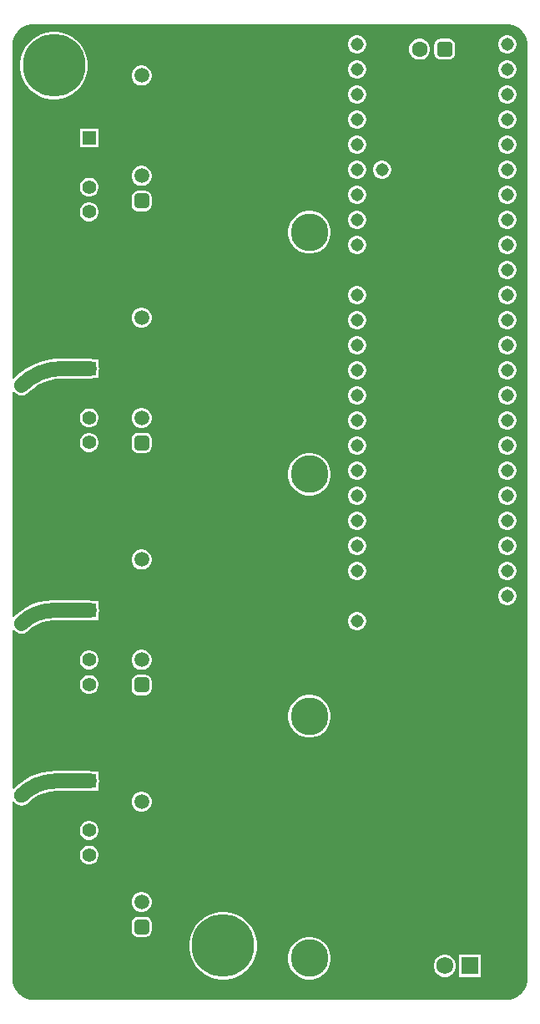
<source format=gbl>
G04*
G04 #@! TF.GenerationSoftware,Altium Limited,Altium Designer,25.1.2 (22)*
G04*
G04 Layer_Physical_Order=2*
G04 Layer_Color=16711680*
%FSLAX26Y26*%
%MOIN*%
G70*
G04*
G04 #@! TF.SameCoordinates,36FF1957-655E-4FCE-A78B-4FF043CE075B*
G04*
G04*
G04 #@! TF.FilePolarity,Positive*
G04*
G01*
G75*
%ADD47C,0.055118*%
%ADD48R,0.055118X0.055118*%
%ADD50C,0.060000*%
%ADD55C,0.059843*%
G04:AMPARAMS|DCode=56|XSize=59.843mil|YSize=59.843mil|CornerRadius=14.961mil|HoleSize=0mil|Usage=FLASHONLY|Rotation=90.000|XOffset=0mil|YOffset=0mil|HoleType=Round|Shape=RoundedRectangle|*
%AMROUNDEDRECTD56*
21,1,0.059843,0.029921,0,0,90.0*
21,1,0.029921,0.059843,0,0,90.0*
1,1,0.029921,0.014961,0.014961*
1,1,0.029921,0.014961,-0.014961*
1,1,0.029921,-0.014961,-0.014961*
1,1,0.029921,-0.014961,0.014961*
%
%ADD56ROUNDEDRECTD56*%
%ADD57C,0.150000*%
%ADD58C,0.250000*%
%ADD59C,0.019685*%
%ADD60C,0.062992*%
G04:AMPARAMS|DCode=61|XSize=62.992mil|YSize=62.992mil|CornerRadius=15.748mil|HoleSize=0mil|Usage=FLASHONLY|Rotation=180.000|XOffset=0mil|YOffset=0mil|HoleType=Round|Shape=RoundedRectangle|*
%AMROUNDEDRECTD61*
21,1,0.062992,0.031496,0,0,180.0*
21,1,0.031496,0.062992,0,0,180.0*
1,1,0.031496,-0.015748,0.015748*
1,1,0.031496,0.015748,0.015748*
1,1,0.031496,0.015748,-0.015748*
1,1,0.031496,-0.015748,-0.015748*
%
%ADD61ROUNDEDRECTD61*%
%ADD62C,0.067913*%
%ADD63R,0.067913X0.067913*%
%ADD64C,0.051496*%
%ADD65C,0.024000*%
G36*
X1995000Y3909608D02*
X2002841Y3909609D01*
X2018221Y3906549D01*
X2032709Y3900548D01*
X2045747Y3891836D01*
X2056836Y3880747D01*
X2065548Y3867708D01*
X2071549Y3853221D01*
X2074609Y3837840D01*
X2074609Y3830000D01*
X2074608Y100000D01*
X2074609Y92159D01*
X2071549Y76779D01*
X2065548Y62291D01*
X2056836Y49252D01*
X2045747Y38164D01*
X2032709Y29451D01*
X2018221Y23451D01*
X2002841Y20391D01*
X92159D01*
X76779Y23451D01*
X62291Y29452D01*
X49252Y38164D01*
X38164Y49252D01*
X29452Y62291D01*
X23451Y76779D01*
X20391Y92159D01*
Y100000D01*
Y808271D01*
X24119Y809537D01*
X26472Y806472D01*
X34827Y800060D01*
X44558Y796029D01*
X55000Y794655D01*
X65442Y796029D01*
X75173Y800060D01*
X83528Y806472D01*
Y806471D01*
X83546Y806906D01*
X101686Y822400D01*
X122301Y835032D01*
X144637Y844284D01*
X168147Y849928D01*
X190727Y851706D01*
X192249Y851505D01*
X325000D01*
X335442Y852880D01*
X338850Y854291D01*
X362559D01*
Y878001D01*
X363971Y881408D01*
X365345Y891850D01*
X363971Y902293D01*
X362559Y905700D01*
Y929409D01*
X338850D01*
X335442Y930821D01*
X325000Y932196D01*
X192249D01*
Y932219D01*
X165997Y930745D01*
X140075Y926341D01*
X114809Y919062D01*
X90517Y909000D01*
X67504Y896281D01*
X46060Y881066D01*
X26455Y863545D01*
X26472Y863528D01*
X24119Y860463D01*
X20391Y861729D01*
Y1493272D01*
X24119Y1494537D01*
X26472Y1491472D01*
X34827Y1485060D01*
X44558Y1481030D01*
X55000Y1479655D01*
X65442Y1481030D01*
X75173Y1485060D01*
X83528Y1491472D01*
Y1491472D01*
X83543Y1491834D01*
X99680Y1505617D01*
X118004Y1516846D01*
X137858Y1525070D01*
X158754Y1530086D01*
X178907Y1531673D01*
X180178Y1531505D01*
X325000D01*
X335442Y1532880D01*
X338850Y1534291D01*
X362559D01*
Y1558001D01*
X363971Y1561408D01*
X365345Y1571850D01*
X363971Y1582293D01*
X362559Y1585700D01*
Y1609409D01*
X338850D01*
X335442Y1610821D01*
X325000Y1612196D01*
X180178D01*
Y1612316D01*
X151789Y1610455D01*
X123886Y1604905D01*
X96947Y1595760D01*
X71431Y1583177D01*
X47776Y1567372D01*
X26386Y1548614D01*
X26472Y1548528D01*
X24119Y1545463D01*
X20391Y1546728D01*
Y2443271D01*
X24119Y2444537D01*
X26472Y2441472D01*
X34827Y2435060D01*
X44558Y2431030D01*
X55000Y2429655D01*
X65442Y2431030D01*
X75173Y2435060D01*
X83528Y2441472D01*
Y2441472D01*
X83540Y2441811D01*
X101856Y2457874D01*
X122319Y2471547D01*
X144391Y2482432D01*
X167696Y2490342D01*
X191833Y2495144D01*
X215133Y2496671D01*
X216391Y2496505D01*
X325000D01*
X335442Y2497880D01*
X338850Y2499291D01*
X362559D01*
Y2523001D01*
X363971Y2526408D01*
X365345Y2536850D01*
X363971Y2547293D01*
X362559Y2550700D01*
Y2574409D01*
X338850D01*
X335442Y2575821D01*
X325000Y2577196D01*
X216391D01*
Y2577273D01*
X186310Y2575584D01*
X156608Y2570537D01*
X127657Y2562197D01*
X99822Y2550667D01*
X73453Y2536093D01*
X48882Y2518659D01*
X26417Y2498583D01*
X26472Y2498528D01*
X24119Y2495463D01*
X20391Y2496729D01*
Y3830000D01*
Y3837841D01*
X23451Y3853221D01*
X29452Y3867709D01*
X38164Y3880747D01*
X49252Y3891836D01*
X62291Y3900548D01*
X76779Y3906549D01*
X92159Y3909609D01*
X100000Y3909609D01*
X1995000Y3909608D01*
D02*
G37*
%LPC*%
G36*
X1999706Y3865748D02*
X1990294D01*
X1981202Y3863312D01*
X1973050Y3858606D01*
X1966395Y3851950D01*
X1961688Y3843798D01*
X1959252Y3834706D01*
Y3825294D01*
X1961688Y3816202D01*
X1966395Y3808050D01*
X1973050Y3801394D01*
X1981202Y3796688D01*
X1990294Y3794252D01*
X1999706D01*
X2008798Y3796688D01*
X2016950Y3801394D01*
X2023605Y3808050D01*
X2028312Y3816202D01*
X2030748Y3825294D01*
Y3834706D01*
X2028312Y3843798D01*
X2023605Y3851950D01*
X2016950Y3858606D01*
X2008798Y3863312D01*
X1999706Y3865748D01*
D02*
G37*
G36*
X1399706D02*
X1390294D01*
X1381202Y3863312D01*
X1373050Y3858606D01*
X1366395Y3851950D01*
X1361688Y3843798D01*
X1359252Y3834706D01*
Y3825294D01*
X1361688Y3816202D01*
X1366395Y3808050D01*
X1373050Y3801394D01*
X1381202Y3796688D01*
X1390294Y3794252D01*
X1399706D01*
X1408798Y3796688D01*
X1416950Y3801394D01*
X1423605Y3808050D01*
X1428312Y3816202D01*
X1430748Y3825294D01*
Y3834706D01*
X1428312Y3843798D01*
X1423605Y3851950D01*
X1416950Y3858606D01*
X1408798Y3863312D01*
X1399706Y3865748D01*
D02*
G37*
G36*
X1650463Y3851496D02*
X1639537D01*
X1628983Y3848668D01*
X1619521Y3843205D01*
X1611795Y3835479D01*
X1606332Y3826017D01*
X1603504Y3815463D01*
Y3804537D01*
X1606332Y3793983D01*
X1611795Y3784521D01*
X1619521Y3776795D01*
X1628983Y3771332D01*
X1639537Y3768504D01*
X1650463D01*
X1661017Y3771332D01*
X1670479Y3776795D01*
X1678205Y3784521D01*
X1683668Y3793983D01*
X1686496Y3804537D01*
Y3815463D01*
X1683668Y3826017D01*
X1678205Y3835479D01*
X1670479Y3843205D01*
X1661017Y3848668D01*
X1650463Y3851496D01*
D02*
G37*
G36*
X1760748Y3851718D02*
X1729252D01*
X1722530Y3850833D01*
X1716267Y3848239D01*
X1710888Y3844112D01*
X1706761Y3838733D01*
X1704167Y3832470D01*
X1703282Y3825748D01*
Y3794252D01*
X1704167Y3787530D01*
X1706761Y3781267D01*
X1710888Y3775888D01*
X1716267Y3771761D01*
X1722530Y3769167D01*
X1729252Y3768282D01*
X1760748D01*
X1767470Y3769167D01*
X1773733Y3771761D01*
X1779112Y3775888D01*
X1783239Y3781267D01*
X1785833Y3787530D01*
X1786718Y3794252D01*
Y3825748D01*
X1785833Y3832470D01*
X1783239Y3838733D01*
X1779112Y3844112D01*
X1773733Y3848239D01*
X1767470Y3850833D01*
X1760748Y3851718D01*
D02*
G37*
G36*
X1999706Y3765748D02*
X1990294D01*
X1981202Y3763312D01*
X1973050Y3758606D01*
X1966395Y3751950D01*
X1961688Y3743798D01*
X1959252Y3734706D01*
Y3725294D01*
X1961688Y3716202D01*
X1966395Y3708050D01*
X1973050Y3701394D01*
X1981202Y3696688D01*
X1990294Y3694252D01*
X1999706D01*
X2008798Y3696688D01*
X2016950Y3701394D01*
X2023605Y3708050D01*
X2028312Y3716202D01*
X2030748Y3725294D01*
Y3734706D01*
X2028312Y3743798D01*
X2023605Y3751950D01*
X2016950Y3758606D01*
X2008798Y3763312D01*
X1999706Y3765748D01*
D02*
G37*
G36*
X1399706D02*
X1390294D01*
X1381202Y3763312D01*
X1373050Y3758606D01*
X1366395Y3751950D01*
X1361688Y3743798D01*
X1359252Y3734706D01*
Y3725294D01*
X1361688Y3716202D01*
X1366395Y3708050D01*
X1373050Y3701394D01*
X1381202Y3696688D01*
X1390294Y3694252D01*
X1399706D01*
X1408798Y3696688D01*
X1416950Y3701394D01*
X1423605Y3708050D01*
X1428312Y3716202D01*
X1430748Y3725294D01*
Y3734706D01*
X1428312Y3743798D01*
X1423605Y3751950D01*
X1416950Y3758606D01*
X1408798Y3763312D01*
X1399706Y3765748D01*
D02*
G37*
G36*
X540256Y3744921D02*
X529744D01*
X519591Y3742201D01*
X510488Y3736945D01*
X503055Y3729512D01*
X497799Y3720409D01*
X495079Y3710256D01*
Y3699744D01*
X497799Y3689591D01*
X503055Y3680488D01*
X510488Y3673055D01*
X519591Y3667799D01*
X529744Y3665079D01*
X540256D01*
X550409Y3667799D01*
X559512Y3673055D01*
X566945Y3680488D01*
X572201Y3689591D01*
X574921Y3699744D01*
Y3710256D01*
X572201Y3720409D01*
X566945Y3729512D01*
X559512Y3736945D01*
X550409Y3742201D01*
X540256Y3744921D01*
D02*
G37*
G36*
X195625Y3880000D02*
X174375D01*
X153387Y3876676D01*
X133178Y3870109D01*
X114245Y3860462D01*
X97053Y3847972D01*
X82028Y3832947D01*
X69538Y3815755D01*
X59891Y3796822D01*
X53324Y3776613D01*
X50000Y3755625D01*
Y3734375D01*
X53324Y3713387D01*
X59891Y3693178D01*
X69538Y3674245D01*
X82028Y3657053D01*
X97053Y3642028D01*
X114245Y3629538D01*
X133178Y3619891D01*
X153387Y3613324D01*
X174375Y3610000D01*
X195625D01*
X216613Y3613324D01*
X236822Y3619891D01*
X255755Y3629538D01*
X272947Y3642028D01*
X287972Y3657053D01*
X300462Y3674245D01*
X310109Y3693178D01*
X316676Y3713387D01*
X320000Y3734375D01*
Y3755625D01*
X316676Y3776613D01*
X310109Y3796822D01*
X300462Y3815755D01*
X287972Y3832947D01*
X272947Y3847972D01*
X255755Y3860462D01*
X236822Y3870109D01*
X216613Y3876676D01*
X195625Y3880000D01*
D02*
G37*
G36*
X1999706Y3665748D02*
X1990294D01*
X1981202Y3663312D01*
X1973050Y3658606D01*
X1966395Y3651950D01*
X1961688Y3643798D01*
X1959252Y3634706D01*
Y3625294D01*
X1961688Y3616202D01*
X1966395Y3608050D01*
X1973050Y3601394D01*
X1981202Y3596688D01*
X1990294Y3594252D01*
X1999706D01*
X2008798Y3596688D01*
X2016950Y3601394D01*
X2023605Y3608050D01*
X2028312Y3616202D01*
X2030748Y3625294D01*
Y3634706D01*
X2028312Y3643798D01*
X2023605Y3651950D01*
X2016950Y3658606D01*
X2008798Y3663312D01*
X1999706Y3665748D01*
D02*
G37*
G36*
X1399706D02*
X1390294D01*
X1381202Y3663312D01*
X1373050Y3658606D01*
X1366395Y3651950D01*
X1361688Y3643798D01*
X1359252Y3634706D01*
Y3625294D01*
X1361688Y3616202D01*
X1366395Y3608050D01*
X1373050Y3601394D01*
X1381202Y3596688D01*
X1390294Y3594252D01*
X1399706D01*
X1408798Y3596688D01*
X1416950Y3601394D01*
X1423605Y3608050D01*
X1428312Y3616202D01*
X1430748Y3625294D01*
Y3634706D01*
X1428312Y3643798D01*
X1423605Y3651950D01*
X1416950Y3658606D01*
X1408798Y3663312D01*
X1399706Y3665748D01*
D02*
G37*
G36*
X1999706Y3565748D02*
X1990294D01*
X1981202Y3563312D01*
X1973050Y3558606D01*
X1966395Y3551950D01*
X1961688Y3543798D01*
X1959252Y3534706D01*
Y3525294D01*
X1961688Y3516202D01*
X1966395Y3508050D01*
X1973050Y3501394D01*
X1981202Y3496688D01*
X1990294Y3494252D01*
X1999706D01*
X2008798Y3496688D01*
X2016950Y3501394D01*
X2023605Y3508050D01*
X2028312Y3516202D01*
X2030748Y3525294D01*
Y3534706D01*
X2028312Y3543798D01*
X2023605Y3551950D01*
X2016950Y3558606D01*
X2008798Y3563312D01*
X1999706Y3565748D01*
D02*
G37*
G36*
X1399706D02*
X1390294D01*
X1381202Y3563312D01*
X1373050Y3558606D01*
X1366395Y3551950D01*
X1361688Y3543798D01*
X1359252Y3534706D01*
Y3525294D01*
X1361688Y3516202D01*
X1366395Y3508050D01*
X1373050Y3501394D01*
X1381202Y3496688D01*
X1390294Y3494252D01*
X1399706D01*
X1408798Y3496688D01*
X1416950Y3501394D01*
X1423605Y3508050D01*
X1428312Y3516202D01*
X1430748Y3525294D01*
Y3534706D01*
X1428312Y3543798D01*
X1423605Y3551950D01*
X1416950Y3558606D01*
X1408798Y3563312D01*
X1399706Y3565748D01*
D02*
G37*
G36*
X362559Y3494409D02*
X287441D01*
Y3419291D01*
X362559D01*
Y3494409D01*
D02*
G37*
G36*
X1999706Y3465748D02*
X1990294D01*
X1981202Y3463312D01*
X1973050Y3458606D01*
X1966395Y3451950D01*
X1961688Y3443798D01*
X1959252Y3434706D01*
Y3425294D01*
X1961688Y3416202D01*
X1966395Y3408050D01*
X1973050Y3401394D01*
X1981202Y3396688D01*
X1990294Y3394252D01*
X1999706D01*
X2008798Y3396688D01*
X2016950Y3401394D01*
X2023605Y3408050D01*
X2028312Y3416202D01*
X2030748Y3425294D01*
Y3434706D01*
X2028312Y3443798D01*
X2023605Y3451950D01*
X2016950Y3458606D01*
X2008798Y3463312D01*
X1999706Y3465748D01*
D02*
G37*
G36*
X1399706D02*
X1390294D01*
X1381202Y3463312D01*
X1373050Y3458606D01*
X1366395Y3451950D01*
X1361688Y3443798D01*
X1359252Y3434706D01*
Y3425294D01*
X1361688Y3416202D01*
X1366395Y3408050D01*
X1373050Y3401394D01*
X1381202Y3396688D01*
X1390294Y3394252D01*
X1399706D01*
X1408798Y3396688D01*
X1416950Y3401394D01*
X1423605Y3408050D01*
X1428312Y3416202D01*
X1430748Y3425294D01*
Y3434706D01*
X1428312Y3443798D01*
X1423605Y3451950D01*
X1416950Y3458606D01*
X1408798Y3463312D01*
X1399706Y3465748D01*
D02*
G37*
G36*
X1999706Y3365748D02*
X1990294D01*
X1981202Y3363312D01*
X1973050Y3358606D01*
X1966395Y3351950D01*
X1961688Y3343798D01*
X1959252Y3334706D01*
Y3325294D01*
X1961688Y3316202D01*
X1966395Y3308050D01*
X1973050Y3301394D01*
X1981202Y3296688D01*
X1990294Y3294252D01*
X1999706D01*
X2008798Y3296688D01*
X2016950Y3301394D01*
X2023605Y3308050D01*
X2028312Y3316202D01*
X2030748Y3325294D01*
Y3334706D01*
X2028312Y3343798D01*
X2023605Y3351950D01*
X2016950Y3358606D01*
X2008798Y3363312D01*
X1999706Y3365748D01*
D02*
G37*
G36*
X1499706D02*
X1490294D01*
X1481202Y3363312D01*
X1473050Y3358606D01*
X1466395Y3351950D01*
X1461688Y3343798D01*
X1459252Y3334706D01*
Y3325294D01*
X1461688Y3316202D01*
X1466395Y3308050D01*
X1473050Y3301394D01*
X1481202Y3296688D01*
X1490294Y3294252D01*
X1499706D01*
X1508798Y3296688D01*
X1516950Y3301394D01*
X1523605Y3308050D01*
X1528312Y3316202D01*
X1530748Y3325294D01*
Y3334706D01*
X1528312Y3343798D01*
X1523605Y3351950D01*
X1516950Y3358606D01*
X1508798Y3363312D01*
X1499706Y3365748D01*
D02*
G37*
G36*
X1399706D02*
X1390294D01*
X1381202Y3363312D01*
X1373050Y3358606D01*
X1366395Y3351950D01*
X1361688Y3343798D01*
X1359252Y3334706D01*
Y3325294D01*
X1361688Y3316202D01*
X1366395Y3308050D01*
X1373050Y3301394D01*
X1381202Y3296688D01*
X1390294Y3294252D01*
X1399706D01*
X1408798Y3296688D01*
X1416950Y3301394D01*
X1423605Y3308050D01*
X1428312Y3316202D01*
X1430748Y3325294D01*
Y3334706D01*
X1428312Y3343798D01*
X1423605Y3351950D01*
X1416950Y3358606D01*
X1408798Y3363312D01*
X1399706Y3365748D01*
D02*
G37*
G36*
X540256Y3344921D02*
X529744D01*
X519591Y3342201D01*
X510488Y3336945D01*
X503055Y3329512D01*
X497799Y3320409D01*
X495079Y3310256D01*
Y3299744D01*
X497799Y3289591D01*
X503055Y3280488D01*
X510488Y3273055D01*
X519591Y3267799D01*
X529744Y3265079D01*
X540256D01*
X550409Y3267799D01*
X559512Y3273055D01*
X566945Y3280488D01*
X572201Y3289591D01*
X574921Y3299744D01*
Y3310256D01*
X572201Y3320409D01*
X566945Y3329512D01*
X559512Y3336945D01*
X550409Y3342201D01*
X540256Y3344921D01*
D02*
G37*
G36*
X329945Y3297559D02*
X320055D01*
X310503Y3294999D01*
X301938Y3290055D01*
X294945Y3283062D01*
X290001Y3274497D01*
X287441Y3264945D01*
Y3255055D01*
X290001Y3245503D01*
X294945Y3236938D01*
X301938Y3229945D01*
X310503Y3225001D01*
X320055Y3222441D01*
X329945D01*
X339497Y3225001D01*
X348062Y3229945D01*
X355055Y3236938D01*
X359999Y3245503D01*
X362559Y3255055D01*
Y3264945D01*
X359999Y3274497D01*
X355055Y3283062D01*
X348062Y3290055D01*
X339497Y3294999D01*
X329945Y3297559D01*
D02*
G37*
G36*
X1999706Y3265748D02*
X1990294D01*
X1981202Y3263312D01*
X1973050Y3258606D01*
X1966395Y3251950D01*
X1961688Y3243798D01*
X1959252Y3234706D01*
Y3225294D01*
X1961688Y3216202D01*
X1966395Y3208050D01*
X1973050Y3201394D01*
X1981202Y3196688D01*
X1990294Y3194252D01*
X1999706D01*
X2008798Y3196688D01*
X2016950Y3201394D01*
X2023605Y3208050D01*
X2028312Y3216202D01*
X2030748Y3225294D01*
Y3234706D01*
X2028312Y3243798D01*
X2023605Y3251950D01*
X2016950Y3258606D01*
X2008798Y3263312D01*
X1999706Y3265748D01*
D02*
G37*
G36*
X1399706D02*
X1390294D01*
X1381202Y3263312D01*
X1373050Y3258606D01*
X1366395Y3251950D01*
X1361688Y3243798D01*
X1359252Y3234706D01*
Y3225294D01*
X1361688Y3216202D01*
X1366395Y3208050D01*
X1373050Y3201394D01*
X1381202Y3196688D01*
X1390294Y3194252D01*
X1399706D01*
X1408798Y3196688D01*
X1416950Y3201394D01*
X1423605Y3208050D01*
X1428312Y3216202D01*
X1430748Y3225294D01*
Y3234706D01*
X1428312Y3243798D01*
X1423605Y3251950D01*
X1416950Y3258606D01*
X1408798Y3263312D01*
X1399706Y3265748D01*
D02*
G37*
G36*
X549961Y3245410D02*
X520039D01*
X510300Y3243473D01*
X502044Y3237956D01*
X496527Y3229700D01*
X494590Y3219961D01*
Y3190039D01*
X496527Y3180300D01*
X502044Y3172044D01*
X510300Y3166527D01*
X520039Y3164590D01*
X549961D01*
X559700Y3166527D01*
X567956Y3172044D01*
X573473Y3180300D01*
X575410Y3190039D01*
Y3219961D01*
X573473Y3229700D01*
X567956Y3237956D01*
X559700Y3243473D01*
X549961Y3245410D01*
D02*
G37*
G36*
X329945Y3199134D02*
X320055D01*
X310503Y3196574D01*
X301938Y3191630D01*
X294945Y3184637D01*
X290001Y3176072D01*
X287441Y3166519D01*
Y3156630D01*
X290001Y3147078D01*
X294945Y3138513D01*
X301938Y3131520D01*
X310503Y3126575D01*
X320055Y3124016D01*
X329945D01*
X339497Y3126575D01*
X348062Y3131520D01*
X355055Y3138513D01*
X359999Y3147078D01*
X362559Y3156630D01*
Y3166519D01*
X359999Y3176072D01*
X355055Y3184637D01*
X348062Y3191630D01*
X339497Y3196574D01*
X329945Y3199134D01*
D02*
G37*
G36*
X1999706Y3165748D02*
X1990294D01*
X1981202Y3163312D01*
X1973050Y3158606D01*
X1966395Y3151950D01*
X1961688Y3143798D01*
X1959252Y3134706D01*
Y3125294D01*
X1961688Y3116202D01*
X1966395Y3108050D01*
X1973050Y3101394D01*
X1981202Y3096688D01*
X1990294Y3094252D01*
X1999706D01*
X2008798Y3096688D01*
X2016950Y3101394D01*
X2023605Y3108050D01*
X2028312Y3116202D01*
X2030748Y3125294D01*
Y3134706D01*
X2028312Y3143798D01*
X2023605Y3151950D01*
X2016950Y3158606D01*
X2008798Y3163312D01*
X1999706Y3165748D01*
D02*
G37*
G36*
X1399706D02*
X1390294D01*
X1381202Y3163312D01*
X1373050Y3158606D01*
X1366395Y3151950D01*
X1361688Y3143798D01*
X1359252Y3134706D01*
Y3125294D01*
X1361688Y3116202D01*
X1366395Y3108050D01*
X1373050Y3101394D01*
X1381202Y3096688D01*
X1390294Y3094252D01*
X1399706D01*
X1408798Y3096688D01*
X1416950Y3101394D01*
X1423605Y3108050D01*
X1428312Y3116202D01*
X1430748Y3125294D01*
Y3134706D01*
X1428312Y3143798D01*
X1423605Y3151950D01*
X1416950Y3158606D01*
X1408798Y3163312D01*
X1399706Y3165748D01*
D02*
G37*
G36*
X1213372Y3165000D02*
X1196628D01*
X1180206Y3161733D01*
X1164737Y3155326D01*
X1150816Y3146024D01*
X1138976Y3134184D01*
X1129674Y3120263D01*
X1123266Y3104794D01*
X1120000Y3088372D01*
Y3071628D01*
X1123266Y3055206D01*
X1129674Y3039737D01*
X1138976Y3025816D01*
X1150816Y3013976D01*
X1164737Y3004674D01*
X1180206Y2998267D01*
X1196628Y2995000D01*
X1213372D01*
X1229794Y2998267D01*
X1245263Y3004674D01*
X1259184Y3013976D01*
X1271024Y3025816D01*
X1280326Y3039737D01*
X1286734Y3055206D01*
X1290000Y3071628D01*
Y3088372D01*
X1286734Y3104794D01*
X1280326Y3120263D01*
X1271024Y3134184D01*
X1259184Y3146024D01*
X1245263Y3155326D01*
X1229794Y3161733D01*
X1213372Y3165000D01*
D02*
G37*
G36*
X1999706Y3065748D02*
X1990294D01*
X1981202Y3063312D01*
X1973050Y3058606D01*
X1966395Y3051950D01*
X1961688Y3043798D01*
X1959252Y3034706D01*
Y3025294D01*
X1961688Y3016202D01*
X1966395Y3008050D01*
X1973050Y3001394D01*
X1981202Y2996688D01*
X1990294Y2994252D01*
X1999706D01*
X2008798Y2996688D01*
X2016950Y3001394D01*
X2023605Y3008050D01*
X2028312Y3016202D01*
X2030748Y3025294D01*
Y3034706D01*
X2028312Y3043798D01*
X2023605Y3051950D01*
X2016950Y3058606D01*
X2008798Y3063312D01*
X1999706Y3065748D01*
D02*
G37*
G36*
X1399706D02*
X1390294D01*
X1381202Y3063312D01*
X1373050Y3058606D01*
X1366395Y3051950D01*
X1361688Y3043798D01*
X1359252Y3034706D01*
Y3025294D01*
X1361688Y3016202D01*
X1366395Y3008050D01*
X1373050Y3001394D01*
X1381202Y2996688D01*
X1390294Y2994252D01*
X1399706D01*
X1408798Y2996688D01*
X1416950Y3001394D01*
X1423605Y3008050D01*
X1428312Y3016202D01*
X1430748Y3025294D01*
Y3034706D01*
X1428312Y3043798D01*
X1423605Y3051950D01*
X1416950Y3058606D01*
X1408798Y3063312D01*
X1399706Y3065748D01*
D02*
G37*
G36*
X1999706Y2965748D02*
X1990294D01*
X1981202Y2963312D01*
X1973050Y2958606D01*
X1966395Y2951950D01*
X1961688Y2943798D01*
X1959252Y2934706D01*
Y2925294D01*
X1961688Y2916202D01*
X1966395Y2908050D01*
X1973050Y2901394D01*
X1981202Y2896688D01*
X1990294Y2894252D01*
X1999706D01*
X2008798Y2896688D01*
X2016950Y2901394D01*
X2023605Y2908050D01*
X2028312Y2916202D01*
X2030748Y2925294D01*
Y2934706D01*
X2028312Y2943798D01*
X2023605Y2951950D01*
X2016950Y2958606D01*
X2008798Y2963312D01*
X1999706Y2965748D01*
D02*
G37*
G36*
Y2865748D02*
X1990294D01*
X1981202Y2863312D01*
X1973050Y2858606D01*
X1966395Y2851950D01*
X1961688Y2843798D01*
X1959252Y2834706D01*
Y2825294D01*
X1961688Y2816202D01*
X1966395Y2808050D01*
X1973050Y2801394D01*
X1981202Y2796688D01*
X1990294Y2794252D01*
X1999706D01*
X2008798Y2796688D01*
X2016950Y2801394D01*
X2023605Y2808050D01*
X2028312Y2816202D01*
X2030748Y2825294D01*
Y2834706D01*
X2028312Y2843798D01*
X2023605Y2851950D01*
X2016950Y2858606D01*
X2008798Y2863312D01*
X1999706Y2865748D01*
D02*
G37*
G36*
X1399706D02*
X1390294D01*
X1381202Y2863312D01*
X1373050Y2858606D01*
X1366395Y2851950D01*
X1361688Y2843798D01*
X1359252Y2834706D01*
Y2825294D01*
X1361688Y2816202D01*
X1366395Y2808050D01*
X1373050Y2801394D01*
X1381202Y2796688D01*
X1390294Y2794252D01*
X1399706D01*
X1408798Y2796688D01*
X1416950Y2801394D01*
X1423605Y2808050D01*
X1428312Y2816202D01*
X1430748Y2825294D01*
Y2834706D01*
X1428312Y2843798D01*
X1423605Y2851950D01*
X1416950Y2858606D01*
X1408798Y2863312D01*
X1399706Y2865748D01*
D02*
G37*
G36*
X540256Y2779921D02*
X529744D01*
X519591Y2777201D01*
X510488Y2771945D01*
X503055Y2764512D01*
X497799Y2755409D01*
X495079Y2745256D01*
Y2734744D01*
X497799Y2724591D01*
X503055Y2715488D01*
X510488Y2708055D01*
X519591Y2702799D01*
X529744Y2700079D01*
X540256D01*
X550409Y2702799D01*
X559512Y2708055D01*
X566945Y2715488D01*
X572201Y2724591D01*
X574921Y2734744D01*
Y2745256D01*
X572201Y2755409D01*
X566945Y2764512D01*
X559512Y2771945D01*
X550409Y2777201D01*
X540256Y2779921D01*
D02*
G37*
G36*
X1999706Y2765748D02*
X1990294D01*
X1981202Y2763312D01*
X1973050Y2758606D01*
X1966395Y2751950D01*
X1961688Y2743798D01*
X1959252Y2734706D01*
Y2725294D01*
X1961688Y2716202D01*
X1966395Y2708050D01*
X1973050Y2701394D01*
X1981202Y2696688D01*
X1990294Y2694252D01*
X1999706D01*
X2008798Y2696688D01*
X2016950Y2701394D01*
X2023605Y2708050D01*
X2028312Y2716202D01*
X2030748Y2725294D01*
Y2734706D01*
X2028312Y2743798D01*
X2023605Y2751950D01*
X2016950Y2758606D01*
X2008798Y2763312D01*
X1999706Y2765748D01*
D02*
G37*
G36*
X1399706D02*
X1390294D01*
X1381202Y2763312D01*
X1373050Y2758606D01*
X1366395Y2751950D01*
X1361688Y2743798D01*
X1359252Y2734706D01*
Y2725294D01*
X1361688Y2716202D01*
X1366395Y2708050D01*
X1373050Y2701394D01*
X1381202Y2696688D01*
X1390294Y2694252D01*
X1399706D01*
X1408798Y2696688D01*
X1416950Y2701394D01*
X1423605Y2708050D01*
X1428312Y2716202D01*
X1430748Y2725294D01*
Y2734706D01*
X1428312Y2743798D01*
X1423605Y2751950D01*
X1416950Y2758606D01*
X1408798Y2763312D01*
X1399706Y2765748D01*
D02*
G37*
G36*
X1999706Y2665748D02*
X1990294D01*
X1981202Y2663312D01*
X1973050Y2658606D01*
X1966395Y2651950D01*
X1961688Y2643798D01*
X1959252Y2634706D01*
Y2625294D01*
X1961688Y2616202D01*
X1966395Y2608050D01*
X1973050Y2601394D01*
X1981202Y2596688D01*
X1990294Y2594252D01*
X1999706D01*
X2008798Y2596688D01*
X2016950Y2601394D01*
X2023605Y2608050D01*
X2028312Y2616202D01*
X2030748Y2625294D01*
Y2634706D01*
X2028312Y2643798D01*
X2023605Y2651950D01*
X2016950Y2658606D01*
X2008798Y2663312D01*
X1999706Y2665748D01*
D02*
G37*
G36*
X1399706D02*
X1390294D01*
X1381202Y2663312D01*
X1373050Y2658606D01*
X1366395Y2651950D01*
X1361688Y2643798D01*
X1359252Y2634706D01*
Y2625294D01*
X1361688Y2616202D01*
X1366395Y2608050D01*
X1373050Y2601394D01*
X1381202Y2596688D01*
X1390294Y2594252D01*
X1399706D01*
X1408798Y2596688D01*
X1416950Y2601394D01*
X1423605Y2608050D01*
X1428312Y2616202D01*
X1430748Y2625294D01*
Y2634706D01*
X1428312Y2643798D01*
X1423605Y2651950D01*
X1416950Y2658606D01*
X1408798Y2663312D01*
X1399706Y2665748D01*
D02*
G37*
G36*
X1999706Y2565748D02*
X1990294D01*
X1981202Y2563312D01*
X1973050Y2558606D01*
X1966395Y2551950D01*
X1961688Y2543798D01*
X1959252Y2534706D01*
Y2525294D01*
X1961688Y2516202D01*
X1966395Y2508050D01*
X1973050Y2501394D01*
X1981202Y2496688D01*
X1990294Y2494252D01*
X1999706D01*
X2008798Y2496688D01*
X2016950Y2501394D01*
X2023605Y2508050D01*
X2028312Y2516202D01*
X2030748Y2525294D01*
Y2534706D01*
X2028312Y2543798D01*
X2023605Y2551950D01*
X2016950Y2558606D01*
X2008798Y2563312D01*
X1999706Y2565748D01*
D02*
G37*
G36*
X1399706D02*
X1390294D01*
X1381202Y2563312D01*
X1373050Y2558606D01*
X1366395Y2551950D01*
X1361688Y2543798D01*
X1359252Y2534706D01*
Y2525294D01*
X1361688Y2516202D01*
X1366395Y2508050D01*
X1373050Y2501394D01*
X1381202Y2496688D01*
X1390294Y2494252D01*
X1399706D01*
X1408798Y2496688D01*
X1416950Y2501394D01*
X1423605Y2508050D01*
X1428312Y2516202D01*
X1430748Y2525294D01*
Y2534706D01*
X1428312Y2543798D01*
X1423605Y2551950D01*
X1416950Y2558606D01*
X1408798Y2563312D01*
X1399706Y2565748D01*
D02*
G37*
G36*
X1999706Y2465748D02*
X1990294D01*
X1981202Y2463312D01*
X1973050Y2458606D01*
X1966395Y2451950D01*
X1961688Y2443798D01*
X1959252Y2434706D01*
Y2425294D01*
X1961688Y2416202D01*
X1966395Y2408050D01*
X1973050Y2401394D01*
X1981202Y2396688D01*
X1990294Y2394252D01*
X1999706D01*
X2008798Y2396688D01*
X2016950Y2401394D01*
X2023605Y2408050D01*
X2028312Y2416202D01*
X2030748Y2425294D01*
Y2434706D01*
X2028312Y2443798D01*
X2023605Y2451950D01*
X2016950Y2458606D01*
X2008798Y2463312D01*
X1999706Y2465748D01*
D02*
G37*
G36*
X1399706D02*
X1390294D01*
X1381202Y2463312D01*
X1373050Y2458606D01*
X1366395Y2451950D01*
X1361688Y2443798D01*
X1359252Y2434706D01*
Y2425294D01*
X1361688Y2416202D01*
X1366395Y2408050D01*
X1373050Y2401394D01*
X1381202Y2396688D01*
X1390294Y2394252D01*
X1399706D01*
X1408798Y2396688D01*
X1416950Y2401394D01*
X1423605Y2408050D01*
X1428312Y2416202D01*
X1430748Y2425294D01*
Y2434706D01*
X1428312Y2443798D01*
X1423605Y2451950D01*
X1416950Y2458606D01*
X1408798Y2463312D01*
X1399706Y2465748D01*
D02*
G37*
G36*
X329945Y2377559D02*
X320055D01*
X310503Y2374999D01*
X301938Y2370055D01*
X294945Y2363062D01*
X290001Y2354497D01*
X287441Y2344945D01*
Y2335055D01*
X290001Y2325503D01*
X294945Y2316938D01*
X301938Y2309945D01*
X310503Y2305001D01*
X320055Y2302441D01*
X329945D01*
X339497Y2305001D01*
X348062Y2309945D01*
X355055Y2316938D01*
X359999Y2325503D01*
X362559Y2335055D01*
Y2344945D01*
X359999Y2354497D01*
X355055Y2363062D01*
X348062Y2370055D01*
X339497Y2374999D01*
X329945Y2377559D01*
D02*
G37*
G36*
X540256Y2379921D02*
X529744D01*
X519591Y2377201D01*
X510488Y2371945D01*
X503055Y2364512D01*
X497799Y2355409D01*
X495079Y2345256D01*
Y2334744D01*
X497799Y2324591D01*
X503055Y2315488D01*
X510488Y2308055D01*
X519591Y2302799D01*
X529744Y2300079D01*
X540256D01*
X550409Y2302799D01*
X559512Y2308055D01*
X566945Y2315488D01*
X572201Y2324591D01*
X574921Y2334744D01*
Y2345256D01*
X572201Y2355409D01*
X566945Y2364512D01*
X559512Y2371945D01*
X550409Y2377201D01*
X540256Y2379921D01*
D02*
G37*
G36*
X1999706Y2365748D02*
X1990294D01*
X1981202Y2363312D01*
X1973050Y2358606D01*
X1966395Y2351950D01*
X1961688Y2343798D01*
X1959252Y2334706D01*
Y2325294D01*
X1961688Y2316202D01*
X1966395Y2308050D01*
X1973050Y2301394D01*
X1981202Y2296688D01*
X1990294Y2294252D01*
X1999706D01*
X2008798Y2296688D01*
X2016950Y2301394D01*
X2023605Y2308050D01*
X2028312Y2316202D01*
X2030748Y2325294D01*
Y2334706D01*
X2028312Y2343798D01*
X2023605Y2351950D01*
X2016950Y2358606D01*
X2008798Y2363312D01*
X1999706Y2365748D01*
D02*
G37*
G36*
X1399706D02*
X1390294D01*
X1381202Y2363312D01*
X1373050Y2358606D01*
X1366395Y2351950D01*
X1361688Y2343798D01*
X1359252Y2334706D01*
Y2325294D01*
X1361688Y2316202D01*
X1366395Y2308050D01*
X1373050Y2301394D01*
X1381202Y2296688D01*
X1390294Y2294252D01*
X1399706D01*
X1408798Y2296688D01*
X1416950Y2301394D01*
X1423605Y2308050D01*
X1428312Y2316202D01*
X1430748Y2325294D01*
Y2334706D01*
X1428312Y2343798D01*
X1423605Y2351950D01*
X1416950Y2358606D01*
X1408798Y2363312D01*
X1399706Y2365748D01*
D02*
G37*
G36*
X329945Y2279134D02*
X320055D01*
X310503Y2276574D01*
X301938Y2271630D01*
X294945Y2264637D01*
X290001Y2256072D01*
X287441Y2246519D01*
Y2236630D01*
X290001Y2227078D01*
X294945Y2218513D01*
X301938Y2211520D01*
X310503Y2206575D01*
X320055Y2204016D01*
X329945D01*
X339497Y2206575D01*
X348062Y2211520D01*
X355055Y2218513D01*
X359999Y2227078D01*
X362559Y2236630D01*
Y2246519D01*
X359999Y2256072D01*
X355055Y2264637D01*
X348062Y2271630D01*
X339497Y2276574D01*
X329945Y2279134D01*
D02*
G37*
G36*
X549961Y2280410D02*
X520039D01*
X510300Y2278473D01*
X502044Y2272956D01*
X496527Y2264700D01*
X494590Y2254961D01*
Y2225039D01*
X496527Y2215300D01*
X502044Y2207044D01*
X510300Y2201527D01*
X520039Y2199590D01*
X549961D01*
X559700Y2201527D01*
X567956Y2207044D01*
X573473Y2215300D01*
X575410Y2225039D01*
Y2254961D01*
X573473Y2264700D01*
X567956Y2272956D01*
X559700Y2278473D01*
X549961Y2280410D01*
D02*
G37*
G36*
X1999706Y2265748D02*
X1990294D01*
X1981202Y2263312D01*
X1973050Y2258606D01*
X1966395Y2251950D01*
X1961688Y2243798D01*
X1959252Y2234706D01*
Y2225294D01*
X1961688Y2216202D01*
X1966395Y2208050D01*
X1973050Y2201394D01*
X1981202Y2196688D01*
X1990294Y2194252D01*
X1999706D01*
X2008798Y2196688D01*
X2016950Y2201394D01*
X2023605Y2208050D01*
X2028312Y2216202D01*
X2030748Y2225294D01*
Y2234706D01*
X2028312Y2243798D01*
X2023605Y2251950D01*
X2016950Y2258606D01*
X2008798Y2263312D01*
X1999706Y2265748D01*
D02*
G37*
G36*
X1399706D02*
X1390294D01*
X1381202Y2263312D01*
X1373050Y2258606D01*
X1366395Y2251950D01*
X1361688Y2243798D01*
X1359252Y2234706D01*
Y2225294D01*
X1361688Y2216202D01*
X1366395Y2208050D01*
X1373050Y2201394D01*
X1381202Y2196688D01*
X1390294Y2194252D01*
X1399706D01*
X1408798Y2196688D01*
X1416950Y2201394D01*
X1423605Y2208050D01*
X1428312Y2216202D01*
X1430748Y2225294D01*
Y2234706D01*
X1428312Y2243798D01*
X1423605Y2251950D01*
X1416950Y2258606D01*
X1408798Y2263312D01*
X1399706Y2265748D01*
D02*
G37*
G36*
X1999706Y2165748D02*
X1990294D01*
X1981202Y2163312D01*
X1973050Y2158606D01*
X1966395Y2151950D01*
X1961688Y2143798D01*
X1959252Y2134706D01*
Y2125294D01*
X1961688Y2116202D01*
X1966395Y2108050D01*
X1973050Y2101394D01*
X1981202Y2096688D01*
X1990294Y2094252D01*
X1999706D01*
X2008798Y2096688D01*
X2016950Y2101394D01*
X2023605Y2108050D01*
X2028312Y2116202D01*
X2030748Y2125294D01*
Y2134706D01*
X2028312Y2143798D01*
X2023605Y2151950D01*
X2016950Y2158606D01*
X2008798Y2163312D01*
X1999706Y2165748D01*
D02*
G37*
G36*
X1399706D02*
X1390294D01*
X1381202Y2163312D01*
X1373050Y2158606D01*
X1366395Y2151950D01*
X1361688Y2143798D01*
X1359252Y2134706D01*
Y2125294D01*
X1361688Y2116202D01*
X1366395Y2108050D01*
X1373050Y2101394D01*
X1381202Y2096688D01*
X1390294Y2094252D01*
X1399706D01*
X1408798Y2096688D01*
X1416950Y2101394D01*
X1423605Y2108050D01*
X1428312Y2116202D01*
X1430748Y2125294D01*
Y2134706D01*
X1428312Y2143798D01*
X1423605Y2151950D01*
X1416950Y2158606D01*
X1408798Y2163312D01*
X1399706Y2165748D01*
D02*
G37*
G36*
X1213372Y2200000D02*
X1196628D01*
X1180206Y2196733D01*
X1164737Y2190326D01*
X1150816Y2181024D01*
X1138976Y2169184D01*
X1129674Y2155263D01*
X1123266Y2139794D01*
X1120000Y2123372D01*
Y2106628D01*
X1123266Y2090206D01*
X1129674Y2074737D01*
X1138976Y2060816D01*
X1150816Y2048976D01*
X1164737Y2039674D01*
X1180206Y2033266D01*
X1196628Y2030000D01*
X1213372D01*
X1229794Y2033266D01*
X1245263Y2039674D01*
X1259184Y2048976D01*
X1271024Y2060816D01*
X1280326Y2074737D01*
X1286734Y2090206D01*
X1290000Y2106628D01*
Y2123372D01*
X1286734Y2139794D01*
X1280326Y2155263D01*
X1271024Y2169184D01*
X1259184Y2181024D01*
X1245263Y2190326D01*
X1229794Y2196733D01*
X1213372Y2200000D01*
D02*
G37*
G36*
X1999706Y2065748D02*
X1990294D01*
X1981202Y2063312D01*
X1973050Y2058606D01*
X1966395Y2051950D01*
X1961688Y2043798D01*
X1959252Y2034706D01*
Y2025294D01*
X1961688Y2016202D01*
X1966395Y2008050D01*
X1973050Y2001395D01*
X1981202Y1996688D01*
X1990294Y1994252D01*
X1999706D01*
X2008798Y1996688D01*
X2016950Y2001395D01*
X2023605Y2008050D01*
X2028312Y2016202D01*
X2030748Y2025294D01*
Y2034706D01*
X2028312Y2043798D01*
X2023605Y2051950D01*
X2016950Y2058606D01*
X2008798Y2063312D01*
X1999706Y2065748D01*
D02*
G37*
G36*
X1399706D02*
X1390294D01*
X1381202Y2063312D01*
X1373050Y2058606D01*
X1366395Y2051950D01*
X1361688Y2043798D01*
X1359252Y2034706D01*
Y2025294D01*
X1361688Y2016202D01*
X1366395Y2008050D01*
X1373050Y2001395D01*
X1381202Y1996688D01*
X1390294Y1994252D01*
X1399706D01*
X1408798Y1996688D01*
X1416950Y2001395D01*
X1423605Y2008050D01*
X1428312Y2016202D01*
X1430748Y2025294D01*
Y2034706D01*
X1428312Y2043798D01*
X1423605Y2051950D01*
X1416950Y2058606D01*
X1408798Y2063312D01*
X1399706Y2065748D01*
D02*
G37*
G36*
X1999706Y1965748D02*
X1990294D01*
X1981202Y1963312D01*
X1973050Y1958605D01*
X1966395Y1951950D01*
X1961688Y1943798D01*
X1959252Y1934706D01*
Y1925294D01*
X1961688Y1916202D01*
X1966395Y1908050D01*
X1973050Y1901395D01*
X1981202Y1896688D01*
X1990294Y1894252D01*
X1999706D01*
X2008798Y1896688D01*
X2016950Y1901395D01*
X2023605Y1908050D01*
X2028312Y1916202D01*
X2030748Y1925294D01*
Y1934706D01*
X2028312Y1943798D01*
X2023605Y1951950D01*
X2016950Y1958605D01*
X2008798Y1963312D01*
X1999706Y1965748D01*
D02*
G37*
G36*
X1399706D02*
X1390294D01*
X1381202Y1963312D01*
X1373050Y1958605D01*
X1366395Y1951950D01*
X1361688Y1943798D01*
X1359252Y1934706D01*
Y1925294D01*
X1361688Y1916202D01*
X1366395Y1908050D01*
X1373050Y1901395D01*
X1381202Y1896688D01*
X1390294Y1894252D01*
X1399706D01*
X1408798Y1896688D01*
X1416950Y1901395D01*
X1423605Y1908050D01*
X1428312Y1916202D01*
X1430748Y1925294D01*
Y1934706D01*
X1428312Y1943798D01*
X1423605Y1951950D01*
X1416950Y1958605D01*
X1408798Y1963312D01*
X1399706Y1965748D01*
D02*
G37*
G36*
X1999706Y1865748D02*
X1990294D01*
X1981202Y1863312D01*
X1973050Y1858605D01*
X1966395Y1851950D01*
X1961688Y1843798D01*
X1959252Y1834706D01*
Y1825294D01*
X1961688Y1816202D01*
X1966395Y1808050D01*
X1973050Y1801395D01*
X1981202Y1796688D01*
X1990294Y1794252D01*
X1999706D01*
X2008798Y1796688D01*
X2016950Y1801395D01*
X2023605Y1808050D01*
X2028312Y1816202D01*
X2030748Y1825294D01*
Y1834706D01*
X2028312Y1843798D01*
X2023605Y1851950D01*
X2016950Y1858605D01*
X2008798Y1863312D01*
X1999706Y1865748D01*
D02*
G37*
G36*
X1399706D02*
X1390294D01*
X1381202Y1863312D01*
X1373050Y1858605D01*
X1366395Y1851950D01*
X1361688Y1843798D01*
X1359252Y1834706D01*
Y1825294D01*
X1361688Y1816202D01*
X1366395Y1808050D01*
X1373050Y1801395D01*
X1381202Y1796688D01*
X1390294Y1794252D01*
X1399706D01*
X1408798Y1796688D01*
X1416950Y1801395D01*
X1423605Y1808050D01*
X1428312Y1816202D01*
X1430748Y1825294D01*
Y1834706D01*
X1428312Y1843798D01*
X1423605Y1851950D01*
X1416950Y1858605D01*
X1408798Y1863312D01*
X1399706Y1865748D01*
D02*
G37*
G36*
X540256Y1814921D02*
X529744D01*
X519591Y1812201D01*
X510488Y1806945D01*
X503055Y1799512D01*
X497799Y1790409D01*
X495079Y1780256D01*
Y1769744D01*
X497799Y1759591D01*
X503055Y1750488D01*
X510488Y1743055D01*
X519591Y1737799D01*
X529744Y1735079D01*
X540256D01*
X550409Y1737799D01*
X559512Y1743055D01*
X566945Y1750488D01*
X572201Y1759591D01*
X574921Y1769744D01*
Y1780256D01*
X572201Y1790409D01*
X566945Y1799512D01*
X559512Y1806945D01*
X550409Y1812201D01*
X540256Y1814921D01*
D02*
G37*
G36*
X1999706Y1765748D02*
X1990294D01*
X1981202Y1763312D01*
X1973050Y1758605D01*
X1966395Y1751950D01*
X1961688Y1743798D01*
X1959252Y1734706D01*
Y1725294D01*
X1961688Y1716202D01*
X1966395Y1708050D01*
X1973050Y1701395D01*
X1981202Y1696688D01*
X1990294Y1694252D01*
X1999706D01*
X2008798Y1696688D01*
X2016950Y1701395D01*
X2023605Y1708050D01*
X2028312Y1716202D01*
X2030748Y1725294D01*
Y1734706D01*
X2028312Y1743798D01*
X2023605Y1751950D01*
X2016950Y1758605D01*
X2008798Y1763312D01*
X1999706Y1765748D01*
D02*
G37*
G36*
X1399706D02*
X1390294D01*
X1381202Y1763312D01*
X1373050Y1758605D01*
X1366395Y1751950D01*
X1361688Y1743798D01*
X1359252Y1734706D01*
Y1725294D01*
X1361688Y1716202D01*
X1366395Y1708050D01*
X1373050Y1701395D01*
X1381202Y1696688D01*
X1390294Y1694252D01*
X1399706D01*
X1408798Y1696688D01*
X1416950Y1701395D01*
X1423605Y1708050D01*
X1428312Y1716202D01*
X1430748Y1725294D01*
Y1734706D01*
X1428312Y1743798D01*
X1423605Y1751950D01*
X1416950Y1758605D01*
X1408798Y1763312D01*
X1399706Y1765748D01*
D02*
G37*
G36*
X1999706Y1665748D02*
X1990294D01*
X1981202Y1663312D01*
X1973050Y1658605D01*
X1966395Y1651950D01*
X1961688Y1643798D01*
X1959252Y1634706D01*
Y1625294D01*
X1961688Y1616202D01*
X1966395Y1608050D01*
X1973050Y1601395D01*
X1981202Y1596688D01*
X1990294Y1594252D01*
X1999706D01*
X2008798Y1596688D01*
X2016950Y1601395D01*
X2023605Y1608050D01*
X2028312Y1616202D01*
X2030748Y1625294D01*
Y1634706D01*
X2028312Y1643798D01*
X2023605Y1651950D01*
X2016950Y1658605D01*
X2008798Y1663312D01*
X1999706Y1665748D01*
D02*
G37*
G36*
X1399706Y1565748D02*
X1390294D01*
X1381202Y1563312D01*
X1373050Y1558605D01*
X1366395Y1551950D01*
X1361688Y1543798D01*
X1359252Y1534706D01*
Y1525294D01*
X1361688Y1516202D01*
X1366395Y1508050D01*
X1373050Y1501395D01*
X1381202Y1496688D01*
X1390294Y1494252D01*
X1399706D01*
X1408798Y1496688D01*
X1416950Y1501395D01*
X1423605Y1508050D01*
X1428312Y1516202D01*
X1430748Y1525294D01*
Y1534706D01*
X1428312Y1543798D01*
X1423605Y1551950D01*
X1416950Y1558605D01*
X1408798Y1563312D01*
X1399706Y1565748D01*
D02*
G37*
G36*
X329945Y1412559D02*
X320055D01*
X310503Y1409999D01*
X301938Y1405055D01*
X294945Y1398062D01*
X290001Y1389497D01*
X287441Y1379945D01*
Y1370055D01*
X290001Y1360503D01*
X294945Y1351938D01*
X301938Y1344945D01*
X310503Y1340001D01*
X320055Y1337441D01*
X329945D01*
X339497Y1340001D01*
X348062Y1344945D01*
X355055Y1351938D01*
X359999Y1360503D01*
X362559Y1370055D01*
Y1379945D01*
X359999Y1389497D01*
X355055Y1398062D01*
X348062Y1405055D01*
X339497Y1409999D01*
X329945Y1412559D01*
D02*
G37*
G36*
X540256Y1414921D02*
X529744D01*
X519591Y1412201D01*
X510488Y1406945D01*
X503055Y1399512D01*
X497799Y1390409D01*
X495079Y1380256D01*
Y1369744D01*
X497799Y1359591D01*
X503055Y1350488D01*
X510488Y1343055D01*
X519591Y1337799D01*
X529744Y1335079D01*
X540256D01*
X550409Y1337799D01*
X559512Y1343055D01*
X566945Y1350488D01*
X572201Y1359591D01*
X574921Y1369744D01*
Y1380256D01*
X572201Y1390409D01*
X566945Y1399512D01*
X559512Y1406945D01*
X550409Y1412201D01*
X540256Y1414921D01*
D02*
G37*
G36*
X329945Y1314134D02*
X320055D01*
X310503Y1311574D01*
X301938Y1306630D01*
X294945Y1299637D01*
X290001Y1291072D01*
X287441Y1281520D01*
Y1271630D01*
X290001Y1262078D01*
X294945Y1253513D01*
X301938Y1246520D01*
X310503Y1241575D01*
X320055Y1239016D01*
X329945D01*
X339497Y1241575D01*
X348062Y1246520D01*
X355055Y1253513D01*
X359999Y1262078D01*
X362559Y1271630D01*
Y1281520D01*
X359999Y1291072D01*
X355055Y1299637D01*
X348062Y1306630D01*
X339497Y1311574D01*
X329945Y1314134D01*
D02*
G37*
G36*
X549961Y1315410D02*
X520039D01*
X510300Y1313473D01*
X502044Y1307956D01*
X496527Y1299700D01*
X494590Y1289961D01*
Y1260039D01*
X496527Y1250300D01*
X502044Y1242044D01*
X510300Y1236527D01*
X520039Y1234590D01*
X549961D01*
X559700Y1236527D01*
X567956Y1242044D01*
X573473Y1250300D01*
X575410Y1260039D01*
Y1289961D01*
X573473Y1299700D01*
X567956Y1307956D01*
X559700Y1313473D01*
X549961Y1315410D01*
D02*
G37*
G36*
X1213372Y1235000D02*
X1196628D01*
X1180206Y1231734D01*
X1164737Y1225326D01*
X1150816Y1216024D01*
X1138976Y1204184D01*
X1129674Y1190263D01*
X1123266Y1174794D01*
X1120000Y1158372D01*
Y1141628D01*
X1123266Y1125206D01*
X1129674Y1109737D01*
X1138976Y1095816D01*
X1150816Y1083976D01*
X1164737Y1074674D01*
X1180206Y1068266D01*
X1196628Y1065000D01*
X1213372D01*
X1229794Y1068266D01*
X1245263Y1074674D01*
X1259184Y1083976D01*
X1271024Y1095816D01*
X1280326Y1109737D01*
X1286734Y1125206D01*
X1290000Y1141628D01*
Y1158372D01*
X1286734Y1174794D01*
X1280326Y1190263D01*
X1271024Y1204184D01*
X1259184Y1216024D01*
X1245263Y1225326D01*
X1229794Y1231734D01*
X1213372Y1235000D01*
D02*
G37*
G36*
X540256Y849921D02*
X529744D01*
X519591Y847201D01*
X510488Y841945D01*
X503055Y834512D01*
X497799Y825409D01*
X495079Y815256D01*
Y804744D01*
X497799Y794591D01*
X503055Y785488D01*
X510488Y778055D01*
X519591Y772799D01*
X529744Y770079D01*
X540256D01*
X550409Y772799D01*
X559512Y778055D01*
X566945Y785488D01*
X572201Y794591D01*
X574921Y804744D01*
Y815256D01*
X572201Y825409D01*
X566945Y834512D01*
X559512Y841945D01*
X550409Y847201D01*
X540256Y849921D01*
D02*
G37*
G36*
X329945Y732559D02*
X320055D01*
X310503Y729999D01*
X301938Y725055D01*
X294945Y718062D01*
X290001Y709497D01*
X287441Y699945D01*
Y690055D01*
X290001Y680503D01*
X294945Y671938D01*
X301938Y664945D01*
X310503Y660001D01*
X320055Y657441D01*
X329945D01*
X339497Y660001D01*
X348062Y664945D01*
X355055Y671938D01*
X359999Y680503D01*
X362559Y690055D01*
Y699945D01*
X359999Y709497D01*
X355055Y718062D01*
X348062Y725055D01*
X339497Y729999D01*
X329945Y732559D01*
D02*
G37*
G36*
Y634134D02*
X320055D01*
X310503Y631574D01*
X301938Y626630D01*
X294945Y619637D01*
X290001Y611072D01*
X287441Y601519D01*
Y591630D01*
X290001Y582078D01*
X294945Y573513D01*
X301938Y566520D01*
X310503Y561575D01*
X320055Y559016D01*
X329945D01*
X339497Y561575D01*
X348062Y566520D01*
X355055Y573513D01*
X359999Y582078D01*
X362559Y591630D01*
Y601519D01*
X359999Y611072D01*
X355055Y619637D01*
X348062Y626630D01*
X339497Y631574D01*
X329945Y634134D01*
D02*
G37*
G36*
X540256Y449921D02*
X529744D01*
X519591Y447201D01*
X510488Y441945D01*
X503055Y434512D01*
X497799Y425409D01*
X495079Y415256D01*
Y404744D01*
X497799Y394591D01*
X503055Y385488D01*
X510488Y378055D01*
X519591Y372799D01*
X529744Y370079D01*
X540256D01*
X550409Y372799D01*
X559512Y378055D01*
X566945Y385488D01*
X572201Y394591D01*
X574921Y404744D01*
Y415256D01*
X572201Y425409D01*
X566945Y434512D01*
X559512Y441945D01*
X550409Y447201D01*
X540256Y449921D01*
D02*
G37*
G36*
X549961Y350410D02*
X520039D01*
X510300Y348473D01*
X502044Y342956D01*
X496527Y334700D01*
X494590Y324961D01*
Y295039D01*
X496527Y285300D01*
X502044Y277044D01*
X510300Y271527D01*
X520039Y269590D01*
X549961D01*
X559700Y271527D01*
X567956Y277044D01*
X573473Y285300D01*
X575410Y295039D01*
Y324961D01*
X573473Y334700D01*
X567956Y342956D01*
X559700Y348473D01*
X549961Y350410D01*
D02*
G37*
G36*
X1888957Y198957D02*
X1801043D01*
Y111043D01*
X1888957D01*
Y198957D01*
D02*
G37*
G36*
X1750787D02*
X1739213D01*
X1728033Y195961D01*
X1718010Y190174D01*
X1709826Y181990D01*
X1704039Y171967D01*
X1701043Y160787D01*
Y149213D01*
X1704039Y138033D01*
X1709826Y128010D01*
X1718010Y119826D01*
X1728033Y114039D01*
X1739213Y111043D01*
X1750787D01*
X1761967Y114039D01*
X1771990Y119826D01*
X1780174Y128010D01*
X1785961Y138033D01*
X1788957Y149213D01*
Y160787D01*
X1785961Y171967D01*
X1780174Y181990D01*
X1771990Y190174D01*
X1761967Y195961D01*
X1750787Y198957D01*
D02*
G37*
G36*
X1213372Y270000D02*
X1196628D01*
X1180206Y266733D01*
X1164737Y260326D01*
X1150816Y251024D01*
X1138976Y239184D01*
X1129674Y225263D01*
X1123266Y209794D01*
X1120000Y193372D01*
Y176628D01*
X1123266Y160206D01*
X1129674Y144737D01*
X1138976Y130816D01*
X1150816Y118976D01*
X1164737Y109674D01*
X1180206Y103266D01*
X1196628Y100000D01*
X1213372D01*
X1229794Y103266D01*
X1245263Y109674D01*
X1259184Y118976D01*
X1271024Y130816D01*
X1280326Y144737D01*
X1286734Y160206D01*
X1290000Y176628D01*
Y193372D01*
X1286734Y209794D01*
X1280326Y225263D01*
X1271024Y239184D01*
X1259184Y251024D01*
X1245263Y260326D01*
X1229794Y266733D01*
X1213372Y270000D01*
D02*
G37*
G36*
X870625Y370000D02*
X849375D01*
X828387Y366676D01*
X808178Y360109D01*
X789245Y350462D01*
X772053Y337972D01*
X757028Y322947D01*
X744538Y305755D01*
X734891Y286822D01*
X728324Y266613D01*
X725000Y245625D01*
Y224375D01*
X728324Y203387D01*
X734891Y183178D01*
X744538Y164245D01*
X757028Y147053D01*
X772053Y132028D01*
X789245Y119538D01*
X808178Y109891D01*
X828387Y103324D01*
X849375Y100000D01*
X870625D01*
X891613Y103324D01*
X911822Y109891D01*
X930755Y119538D01*
X947947Y132028D01*
X962972Y147053D01*
X975462Y164245D01*
X985109Y183178D01*
X991676Y203387D01*
X995000Y224375D01*
Y245625D01*
X991676Y266613D01*
X985109Y286822D01*
X975462Y305755D01*
X962972Y322947D01*
X947947Y337972D01*
X930755Y350462D01*
X911822Y360109D01*
X891613Y366676D01*
X870625Y370000D01*
D02*
G37*
%LPD*%
D47*
X325000Y2241575D02*
D03*
Y2340000D02*
D03*
Y2438425D02*
D03*
Y1276575D02*
D03*
Y1473425D02*
D03*
Y1375000D02*
D03*
Y3358425D02*
D03*
Y3260000D02*
D03*
Y3161575D02*
D03*
Y596575D02*
D03*
Y695000D02*
D03*
Y793425D02*
D03*
D48*
Y2536850D02*
D03*
Y1571850D02*
D03*
Y3456850D02*
D03*
Y891850D02*
D03*
D50*
X180178Y1571850D02*
G03*
X55000Y1520000I0J-177028D01*
G01*
X192249Y891850D02*
G03*
X55000Y835000I0J-194099D01*
G01*
X216391Y2536850D02*
G03*
X55000Y2470000I0J-228242D01*
G01*
X180178Y1571850D02*
X325000D01*
X180178D02*
X180178D01*
X216391Y2536850D02*
X325000D01*
X192249Y891850D02*
X325000D01*
D55*
X535000Y3405000D02*
D03*
Y3305000D02*
D03*
Y3505000D02*
D03*
Y3605000D02*
D03*
Y3705000D02*
D03*
Y510000D02*
D03*
Y410000D02*
D03*
Y610000D02*
D03*
Y710000D02*
D03*
Y810000D02*
D03*
Y1475000D02*
D03*
Y1375000D02*
D03*
Y1575000D02*
D03*
Y1675000D02*
D03*
Y1775000D02*
D03*
Y2440000D02*
D03*
Y2340000D02*
D03*
Y2540000D02*
D03*
Y2640000D02*
D03*
Y2740000D02*
D03*
D56*
Y3205000D02*
D03*
Y310000D02*
D03*
Y1275000D02*
D03*
Y2240000D02*
D03*
D57*
X1205000Y2115000D02*
D03*
Y3080000D02*
D03*
Y1150000D02*
D03*
Y185000D02*
D03*
D58*
X860000Y235000D02*
D03*
X185000Y3745000D02*
D03*
D59*
X1771772Y620591D02*
D03*
Y569409D02*
D03*
X1720591Y620591D02*
D03*
Y569409D02*
D03*
X1618228D02*
D03*
Y620591D02*
D03*
X1669409Y569409D02*
D03*
Y620591D02*
D03*
D60*
X1545000Y3810000D02*
D03*
X1645000D02*
D03*
D61*
X1745000D02*
D03*
D62*
X1545000Y155000D02*
D03*
X1645000D02*
D03*
X1745000D02*
D03*
D63*
X1845000D02*
D03*
D64*
X1395000Y3030000D02*
D03*
Y3130000D02*
D03*
Y3230000D02*
D03*
Y3330000D02*
D03*
Y3430000D02*
D03*
Y3530000D02*
D03*
Y3630000D02*
D03*
Y3730000D02*
D03*
Y3830000D02*
D03*
X1995000D02*
D03*
Y3730000D02*
D03*
Y3630000D02*
D03*
Y3530000D02*
D03*
Y3430000D02*
D03*
Y3330000D02*
D03*
Y3230000D02*
D03*
Y3130000D02*
D03*
Y3030000D02*
D03*
X1395000Y1530000D02*
D03*
Y1630000D02*
D03*
Y1730000D02*
D03*
Y1830000D02*
D03*
Y1930000D02*
D03*
Y2030000D02*
D03*
Y2130000D02*
D03*
Y2230000D02*
D03*
Y2330000D02*
D03*
Y2430000D02*
D03*
Y2530000D02*
D03*
Y2630000D02*
D03*
Y2730000D02*
D03*
Y2830000D02*
D03*
X1995000Y2930000D02*
D03*
Y2830000D02*
D03*
Y2730000D02*
D03*
Y2630000D02*
D03*
Y2530000D02*
D03*
Y2430000D02*
D03*
Y2330000D02*
D03*
Y2230000D02*
D03*
Y2130000D02*
D03*
Y2030000D02*
D03*
Y1930000D02*
D03*
Y1830000D02*
D03*
Y1730000D02*
D03*
X1395000Y2930000D02*
D03*
X1495000Y3330000D02*
D03*
X1995000Y1630000D02*
D03*
Y1530000D02*
D03*
D65*
X55000Y2455000D02*
D03*
Y2490000D02*
D03*
Y820000D02*
D03*
Y855000D02*
D03*
Y1540000D02*
D03*
Y1505000D02*
D03*
X400000Y425000D02*
D03*
X190000Y400000D02*
D03*
X330000Y3030000D02*
D03*
X1095000Y655000D02*
D03*
X1325000Y1420000D02*
D03*
X1160000Y650000D02*
D03*
X1050000Y655000D02*
D03*
X1200000Y650000D02*
D03*
X1330000Y625000D02*
D03*
X935000Y435000D02*
D03*
Y475000D02*
D03*
Y580000D02*
D03*
Y540000D02*
D03*
X365000Y1145000D02*
D03*
X1370000Y1420000D02*
D03*
X1380000Y625000D02*
D03*
X1530000Y3530000D02*
D03*
X1660000Y3215000D02*
D03*
X200000Y135000D02*
D03*
X1955000Y1175000D02*
D03*
X365450Y2111450D02*
D03*
X1480000Y1420000D02*
D03*
X1435000D02*
D03*
X1595000Y1495000D02*
D03*
Y1535000D02*
D03*
Y1640000D02*
D03*
Y1600000D02*
D03*
X1600000Y295000D02*
D03*
Y255000D02*
D03*
Y365000D02*
D03*
Y405000D02*
D03*
X1430000Y625000D02*
D03*
M02*

</source>
